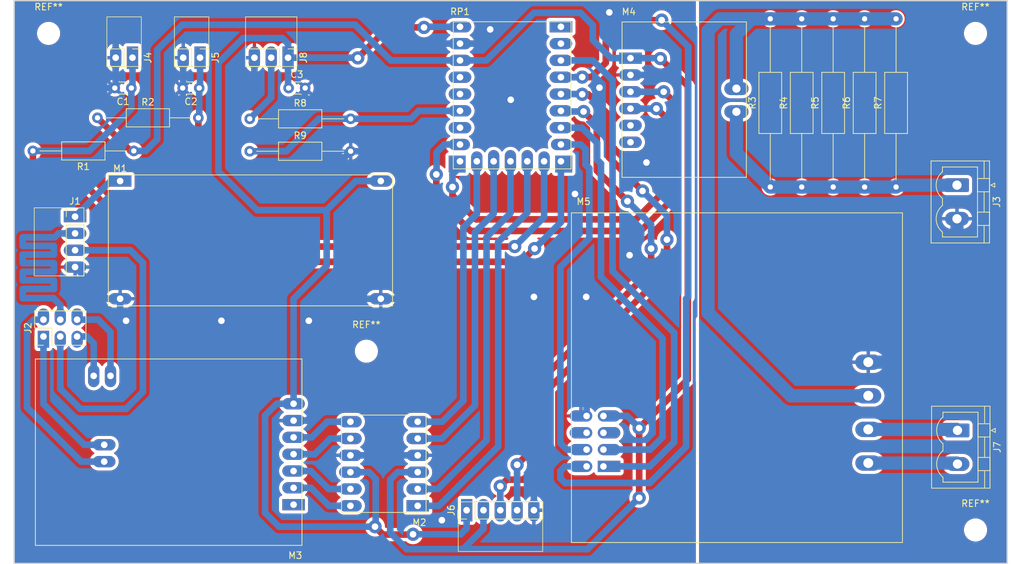
<source format=kicad_pcb>
(kicad_pcb (version 20241229) (generator "pcbnew") (generator_version "9.0")
  (layers (0 "F.Cu" signal) (2 "B.Cu" signal) (13 "F.Paste" user) (15 "B.Paste" user) (5 "F.SilkS" user "F.Silkscreen") (7 "B.SilkS" user "B.Silkscreen") (1 "F.Mask" user) (3 "B.Mask" user) (25 "Edge.Cuts" user))
  (net 0 "")
  (net 1 "GND")
  (net 2 "ENC0")
  (net 3 "ENC1")
  (net 4 "+5V")
  (net 5 "CAN_H_OUT")
  (net 6 "VCTRL")
  (net 7 "CAN_L_OUT")
  (net 8 "CAN_L_120")
  (net 9 "CAN_L")
  (net 10 "CAN_H")
  (net 11 "CAN_H_120")
  (net 12 "GBATT")
  (net 13 "VBATT+")
  (net 14 "UART_TX")
  (net 15 "+3.3V")
  (net 16 "UART_RX")
  (net 17 "Net-(J7-Pin_2)")
  (net 18 "Net-(J7-Pin_1)")
  (net 19 "THROTTLE_5V")
  (net 20 "SPI_CS_CAN_3V3")
  (net 21 "SPI_MOSI_3V3")
  (net 22 "SPI_CS_CAN_5V")
  (net 23 "SPI_SCK_3V3")
  (net 24 "SPI_MISO_3V3")
  (net 25 "SPI_SCK_5V")
  (net 26 "SPI_MISO_5V")
  (net 27 "SPI_MOSI_5V")
  (net 30 "VBATT-")
  (net 32 "I2C_SCL")
  (net 33 "I2C_SDA")
  (net 34 "MOTOR_EN_1")
  (net 35 "MOTOR_EN_2")
  (net 36 "MOTOR_PWM_1")
  (net 38 "MOTOR_PWM_2")
  (net 40 "THROTTLE_3V3")
  (footprint "Capacitor_THT:C_Disc_D3.0mm_W1.6mm_P2.50mm" (layer "F.Cu") (at 96.25 69.25)
    (property "Reference" "C3")
    (property "Value" "100 nF")
  )
  (footprint "Resistor_THT:R_Axial_DIN0309_L9.0mm_D3.2mm_P25.40mm_Horizontal" (layer "F.Cu") (at 173.75 84.2 90)
    (property "Reference" "R4")
    (property "Value" "0.1R")
  )
  (footprint "Custom:MCP2515_CAN Module" (layer "F.Cu") (at 97 132.175 180)
    (property "Reference" "M3")
    (property "Value" "MCP2515_CAN_Module")
  )
  (footprint "MountingHole:MountingHole_3mm" (layer "F.Cu") (at 200 61)
    (property "Reference" "REF**")
    (property "Value" "MountingHole_3mm")
  )
  (footprint "Resistor_THT:R_Axial_DIN0309_L9.0mm_D3.2mm_P25.40mm_Horizontal" (layer "F.Cu") (at 178.5 84.2 90)
    (property "Reference" "R5")
    (property "Value" "0.1R")
  )
  (footprint "Resistor_THT:R_Axial_DIN0309_L9.0mm_D3.2mm_P25.40mm_Horizontal" (layer "F.Cu") (at 169 84.2 90)
    (property "Reference" "R3")
    (property "Value" "0.1R")
  )
  (footprint "Custom:H-Bridge BTS7960 Module" (layer "F.Cu") (at 143.8 126.4)
    (property "Reference" "M5")
    (property "Value" "H-Bridge_BTS7960_Module")
  )
  (footprint "Custom:PinHeader_2x03_P2.54mm_Vertical_OP" (layer "F.Cu") (at 59.225 106.775 90)
    (property "Reference" "J2")
    (property "Value" "Select Jumper")
  )
  (footprint "MountingHole:MountingHole_3mm" (layer "F.Cu") (at 60 61)
    (property "Reference" "REF**")
    (property "Value" "MountingHole_3mm")
  )
  (footprint "Custom:PinHeader_1x03_P2.54mm_Vertical_OP" (layer "F.Cu") (at 96.165 64.67 -90)
    (property "Reference" "J8")
    (property "Value" "THROTTLE_IN")
  )
  (footprint "Resistor_THT:R_Axial_DIN0207_L6.3mm_D2.5mm_P15.24mm_Horizontal" (layer "F.Cu") (at 72.87 78.75 180)
    (property "Reference" "R1")
    (property "Value" "10kR")
  )
  (footprint "Custom:4-Channel Logic Converter" (layer "F.Cu") (at 115.747729 132.35 180)
    (property "Reference" "M2")
    (property "Value" "4-Channel_Logic_Converter")
  )
  (footprint "Custom:PinHeader_1x05_P2.54mm_Vertical_OP" (layer "F.Cu") (at 123.14 133.02 90)
    (property "Reference" "J6")
    (property "Value" "EXT_UART")
  )
  (footprint "Custom:LM2596 Module" (layer "F.Cu") (at 70.8025 83.3)
    (property "Reference" "M1")
    (property "Value" "LM2596_Module")
  )
  (footprint "Resistor_THT:R_Axial_DIN0309_L9.0mm_D3.2mm_P25.40mm_Horizontal" (layer "F.Cu") (at 183.25 84.2 90)
    (property "Reference" "R6")
    (property "Value" "0.1R")
  )
  (footprint "Connector_Phoenix_MSTB:PhoenixContact_MSTBVA_2,5_2-G-5,08_1x02_P5.08mm_Vertical" (layer "F.Cu") (at 197.2775 120.96 -90)
    (property "Reference" "J7")
    (property "Value" "MOTOR_OUT")
  )
  (footprint "MountingHole:MountingHole_3mm" (layer "F.Cu") (at 108 109)
    (property "Reference" "REF**")
    (property "Value" "MountingHole_3mm")
  )
  (footprint "Custom:PinHeader_1x02_P2.54mm_Vertical_OP" (layer "F.Cu") (at 72.67 64.67 -90)
    (property "Reference" "J4")
    (property "Value" "ENC0")
  )
  (footprint "Custom:INA219 Module" (layer "F.Cu") (at 147.885 64.738)
    (property "Reference" "M4")
    (property "Value" "INA219_Module")
  )
  (footprint "Resistor_THT:R_Axial_DIN0207_L6.3mm_D2.5mm_P15.24mm_Horizontal" (layer "F.Cu") (at 90.38 78.8)
    (property "Reference" "R9")
    (property "Value" "1.7kR")
  )
  (footprint "Capacitor_THT:C_Disc_D3.0mm_W1.6mm_P2.50mm" (layer "F.Cu") (at 82.75 69.25 180)
    (property "Reference" "C2")
    (property "Value" "100 nF")
  )
  (footprint "Custom:Raspberry Pi Pico RP2040 Zero" (layer "F.Cu") (at 122.138 60)
    (property "Reference" "RP1")
    (property "Value" "Raspberry_Pi_Pico_RP2040_Zero")
  )
  (footprint "Custom:PinHeader_1x04_P2.54mm_Vertical_OP" (layer "F.Cu") (at 64 88.67)
    (property "Reference" "J1")
    (property "Value" "CAN_BUS")
  )
  (footprint "Custom:PinHeader_1x02_P2.54mm_Vertical_OP" (layer "F.Cu") (at 82.8712 64.67 -90)
    (property "Reference" "J5")
    (property "Value" "ENC1")
  )
  (footprint "Resistor_THT:R_Axial_DIN0309_L9.0mm_D3.2mm_P25.40mm_Horizontal" (layer "F.Cu") (at 188 84.2 90)
    (property "Reference" "R7")
    (property "Value" "0.1R")
  )
  (footprint "Resistor_THT:R_Axial_DIN0207_L6.3mm_D2.5mm_P15.24mm_Horizontal" (layer "F.Cu") (at 67.38 73.75)
    (property "Reference" "R2")
    (property "Value" "10kR")
  )
  (footprint "Connector_Phoenix_MSTB:PhoenixContact_MSTBVA_2,5_2-G-5,08_1x02_P5.08mm_Vertical" (layer "F.Cu") (at 197.2 83.92 -90)
    (property "Reference" "J3")
    (property "Value" "VBATT")
  )
  (footprint "MountingHole:MountingHole_3mm" (layer "F.Cu") (at 200 136)
    (property "Reference" "REF**")
    (property "Value" "MountingHole_3mm")
  )
  (footprint "Capacitor_THT:C_Disc_D3.0mm_W1.6mm_P2.50mm" (layer "F.Cu") (at 72.5 69.25 180)
    (property "Reference" "C1")
    (property "Value" "100 nF")
  )
  (footprint "Resistor_THT:R_Axial_DIN0207_L6.3mm_D2.5mm_P15.24mm_Horizontal" (layer "F.Cu") (at 90.38 73.9)
    (property "Reference" "R8")
    (property "Value" "1kR")
  )
  (gr_rect (start 57.83 87.34) (end 65.33 97.62) (stroke (width 0.1)) (fill no) (layer "F.SilkS"))
  (gr_rect (start 68.8 58.5) (end 74 66) (stroke (width 0.1)) (fill no) (layer "F.SilkS"))
  (gr_rect (start 79 58.5) (end 84.2 66) (stroke (width 0.1)) (fill no) (layer "F.SilkS"))
  (gr_rect (start 89.75 58.5) (end 97.5 66) (stroke (width 0.1)) (fill no) (layer "F.SilkS"))
  (gr_rect (start 121.87 131.75) (end 134.63 139.25) (stroke (width 0.1)) (fill no) (layer "F.SilkS"))
  (gr_rect (start 54.7856 56.0564) (end 204.7856 141.0564) (stroke (width 0.2)) (fill no) (layer "Edge.Cuts"))
  (segment (start 129.268986 57.831014) (end 126.7 60.4) (width 1) (layer "F.Cu") (net 1))
  (segment (start 119.7 100.8) (end 117.1 103.4) (width 1) (layer "F.Cu") (net 1))
  (segment (start 86.1 104.4) (end 71.7 104.4) (width 1) (layer "F.Cu") (net 1))
  (segment (start 144.687005 57.831014) (end 129.268986 57.831014) (width 1) (layer "F.Cu") (net 1))
  (segment (start 117.1 103.4) (end 100.3 103.4) (width 1) (layer "F.Cu") (net 1))
  (segment (start 100.3 103.4) (end 99.3 104.4) (width 1) (layer "F.Cu") (net 1))
  (segment (start 133.3 100.8) (end 119.7 100.8) (width 1) (layer "F.Cu") (net 1))
  (segment (start 141.2 100.8) (end 133.3 100.8) (width 1) (layer "F.Cu") (net 1))
  (segment (start 99.3 104.4) (end 86.1 104.4) (width 1) (layer "F.Cu") (net 1))
  (via (at 141.2 100.8) (size 2) (drill 1) (layers "F.Cu" "B.Cu") (net 1))
  (via (at 99.3 104.4) (size 2) (drill 1) (layers "F.Cu" "B.Cu") (net 1))
  (via (at 143.2 69.2) (size 2) (drill 1) (layers "F.Cu" "B.Cu") (net 1))
  (via (at 71.7 104.4) (size 2) (drill 1) (layers "F.Cu" "B.Cu") (net 1))
  (via (at 126.7 60.4) (size 2) (drill 1) (layers "F.Cu" "B.Cu") (net 1))
  (via (at 129.8 71.025) (size 2) (drill 1) (layers "F.Cu" "B.Cu") (net 1))
  (via (at 119.4 134.525) (size 2) (drill 1) (layers "F.Cu" "B.Cu") (net 1))
  (via (at 150.3 80.5) (size 2) (drill 1) (layers "F.Cu" "B.Cu") (net 1))
  (via (at 86.1 104.4) (size 2) (drill 1) (layers "F.Cu" "B.Cu") (net 1))
  (via (at 133.3 100.8) (size 2) (drill 1) (layers "F.Cu" "B.Cu") (net 1))
  (via (at 144.687005 57.831014) (size 2) (drill 1) (layers "F.Cu" "B.Cu") (net 1))
  (via (at 147.75 94.5) (size 2) (drill 1) (layers "F.Cu" "B.Cu") (net 1))
  (via (at 139.5 85.25) (size 2) (drill 1) (layers "F.Cu" "B.Cu") (net 1))
  (segment (start 101.7 116.8) (end 108.7 116.8) (width 1) (layer "B.Cu") (net 1))
  (segment (start 100.8 104.3) (end 104.02 101.08) (width 1) (layer "B.Cu") (net 1))
  (segment (start 110.1725 101.08) (end 112.92 101.08) (width 1) (layer "B.Cu") (net 1))
  (segment (start 55.6 76.8) (end 55.6 77.879447) (width 1) (layer "B.Cu") (net 1))
  (segment (start 98.75 70.38137) (end 92.83137 76.3) (width 1) (layer "B.Cu") (net 1))
  (segment (start 147.344009 57.844009) (end 150.751 61.251) (width 1) (layer "B.Cu") (net 1))
  (segment (start 108.7 116.8) (end 110.5 118.6) (width 1) (layer "B.Cu") (net 1))
  (segment (start 112.92 101.08) (end 115.9 98.1) (width 1) (layer "B.Cu") (net 1))
  (segment (start 144.7 57.844009) (end 147.344009 57.844009) (width 1) (layer "B.Cu") (net 1))
  (segment (start 80.25 81.1) (end 80.25 98.55) (width 1) (layer "B.Cu") (net 1))
  (segment (start 68 81.1) (end 80.25 81.1) (width 1) (layer "B.Cu") (net 1))
  (segment (start 91.085 68.015) (end 91.085 64.67) (width 1) (layer "B.Cu") (net 1))
  (segment (start 124.56 62.54) (end 122.138 62.54) (width 1) (layer "B.Cu") (net 1))
  (segment (start 80.3312 64.67) (end 80.3312 69.1688) (width 1) (layer "B.Cu") (net 1))
  (segment (start 55.6 77.879447) (end 55.579 77.900447) (width 1) (layer "B.Cu") (net 1))
  (segment (start 104.02 101.08) (end 110.1725 101.08) (width 1) (layer "B.Cu") (net 1))
  (segment (start 63.15 69.25) (end 55.6 76.8) (width 1) (layer "B.Cu") (net 1))
  (segment (start 110.5 124.73) (end 115.747729 124.73) (width 1) (layer "B.Cu") (net 1))
  (segment (start 70.13 69.12) (end 70 69.25) (width 1) (layer "B.Cu") (net 1))
  (segment (start 152.034395 61.251) (end 154.651 63.867605) (width 1) (layer "B.Cu") (net 1))
  (segment (start 70.8025 103.5025) (end 71.7 104.4) (width 1) (layer "B.Cu") (net 1))
  (segment (start 154.651 63.867605) (end 154.651 66.249) (width 1) (layer "B.Cu") (net 1))
  (segment (start 141.26 100.86) (end 141.2 100.8) (width 1) (layer "B.Cu") (net 1))
  (segment (start 87.4 80.7) (end 90.1 83.4) (width 1) (layer "B.Cu") (net 1))
  (segment (start 153.622 67.278) (end 147.885 67.278) (width 1) (layer "B.Cu") (net 1))
  (segment (start 55.6 81.9) (end 59 85.3) (width 1) (layer "B.Cu") (net 1))
  (segment (start 80.25 69.25) (end 80.25 81.1) (width 1) (layer "B.Cu") (net 1))
  (segment (start 90.1 83.4) (end 101.02 83.4) (width 1) (layer "B.Cu") (net 1))
  (segment (start 70.8025 101.08) (end 70.8025 103.5025) (width 1) (layer "B.Cu") (net 1))
  (segment (start 70.8025 101.08) (end 68.79 101.08) (width 1) (layer "B.Cu") (net 1))
  (segment (start 63.8 85.3) (end 68 81.1) (width 1) (layer "B.Cu") (net 1))
  (segment (start 111.2 78.8) (end 105.62 78.8) (width 1) (layer "B.Cu") (net 1))
  (segment (start 101.02 83.4) (end 105.62 78.8) (width 1) (layer "B.Cu") (net 1))
  (segment (start 99.025 119.475) (end 101.7 116.8) (width 1) (layer "B.Cu") (net 1))
  (segment (start 59 85.3) (end 63.8 85.3) (width 1) (layer "B.Cu") (net 1))
  (segment (start 70 69.25) (end 63.15 69.25) (width 1) (layer "B.Cu") (net 1))
  (segment (start 55.6 79.620553) (end 55.6 81.9) (width 1) (layer "B.Cu") (net 1))
  (segment (start 133.3 133.02) (end 133.3 100.8) (width 1) (layer "B.Cu") (net 1))
  (segment (start 150.751 61.251) (end 152.034395 61.251) (width 1) (layer "B.Cu") (net 1))
  (segment (start 74 57.6) (end 70.13 61.47) (width 1) (layer "B.Cu") (net 1))
  (segment (start 92.83137 76.3) (end 88.6 76.3) (width 1) (layer "B.Cu") (net 1))
  (segment (start 87.4 75.1) (end 87.4 74.6) (width 1) (layer "B.Cu") (net 1))
  (segment (start 55.579 79.599553) (end 55.6 79.620553) (width 1) (layer "B.Cu") (net 1))
  (segment (start 99.3 104.4) (end 99.4 104.3) (width 1) (layer "B.Cu") (net 1))
  (segment (start 110.5 118.6) (end 110.5 124.73) (width 1) (layer "B.Cu") (net 1))
  (segment (start 144.687005 57.831014) (end 144.7 57.844009) (width 1) (layer "B.Cu") (net 1))
  (segment (start 80.25 98.55) (end 86.1 104.4) (width 1) (layer "B.Cu") (net 1))
  (segment (start 101.7 116.8) (end 101.7 105.2) (width 1) (layer "B.Cu") (net 1))
  (segment (start 87.4 74.6) (end 87.4 71.7) (width 1) (layer "B.Cu") (net 1))
  (segment (start 88.6 76.3) (end 87.4 75.1) (width 1) (layer "B.Cu") (net 1))
  (segment (start 122.138 62.54) (end 113.14 62.54) (width 1) (layer "B.Cu") (net 1))
  (segment (start 70.13 64.67) (end 70.13 69.12) (width 1) (layer "B.Cu") (net 1))
  (segment (start 154.651 66.249) (end 153.622 67.278) (width 1) (layer "B.Cu") (net 1))
  (segment (start 97 119.475) (end 99.025 119.475) (width 1) (layer "B.Cu") (net 1))
  (segment (start 55.579 77.900447) (end 55.579 79.599553) (width 1) (layer "B.Cu") (net 1))
  (segment (start 99.4 104.3) (end 100.8 104.3) (width 1) (layer "B.Cu") (net 1))
  (segment (start 141.26 118.78) (end 141.26 100.86) (width 1) (layer "B.Cu") (net 1))
  (segment (start 126.7 60.4) (end 124.56 62.54) (width 1) (layer "B.Cu") (net 1))
  (segment (start 113.14 62.54) (end 108.2 57.6) (width 1) (layer "B.Cu") (net 1))
  (segment (start 101.7 105.2) (end 100.8 104.3) (width 1) (layer "B.Cu") (net 1))
  (segment (start 115.9 98.1) (end 115.9 83.5) (width 1) (layer "B.Cu") (net 1))
  (segment (start 98.75 69.25) (end 98.75 70.38137) (width 1) (layer "B.Cu") (net 1))
  (segment (start 70.13 61.47) (end 70.13 64.67) (width 1) (layer "B.Cu") (net 1))
  (segment (start 80.3312 69.1688) (end 80.25 69.25) (width 1) (layer "B.Cu") (net 1))
  (segment (start 87.4 74.6) (end 87.4 80.7) (width 1) (layer "B.Cu") (net 1))
  (segment (start 108.2 57.6) (end 74 57.6) (width 1) (layer "B.Cu") (net 1))
  (segment (start 87.4 71.7) (end 91.085 68.015) (width 1) (layer "B.Cu") (net 1))
  (segment (start 115.9 83.5) (end 111.2 78.8) (width 1) (layer "B.Cu") (net 1))
  (segment (start 105.587729 124.73) (end 110.5 124.73) (width 1) (layer "B.Cu") (net 1))
  (segment (start 68.79 101.08) (end 64 96.29) (width 1) (layer "B.Cu") (net 1))
  (segment (start 85 86.7) (end 68.35 86.7) (width 1) (layer "F.Cu") (net 2))
  (segment (start 133.4 93.5) (end 131.4 95.5) (width 1) (layer "F.Cu") (net 2))
  (segment (start 93.8 95.5) (end 85 86.7) (width 1) (layer "F.Cu") (net 2))
  (segment (start 57.63 80.33) (end 57.63 78.75) (width 1) (layer "F.Cu") (net 2))
  (segment (start 60.6 83.3) (end 57.63 80.33) (width 1) (layer "F.Cu") (net 2))
  (segment (start 64.95 83.3) (end 60.6 83.3) (width 1) (layer "F.Cu") (net 2))
  (segment (start 68.35 86.7) (end 64.95 83.3) (width 1) (layer "F.Cu") (net 2))
  (segment (start 131.4 95.5) (end 93.8 95.5) (width 1) (layer "F.Cu") (net 2))
  (via (at 133.4 93.5) (size 2) (drill 1) (layers "F.Cu" "B.Cu") (net 2))
  (segment (start 72.5 72.4) (end 66.15 78.75) (width 1) (layer "B.Cu") (net 2))
  (segment (start 72.67 69.08) (end 72.5 69.25) (width 1) (layer "B.Cu") (net 2))
  (segment (start 72.67 64.67) (end 72.67 69.08) (width 1) (layer "B.Cu") (net 2))
  (segment (start 133.4 93.5) (end 137.378 89.522) (width 1) (layer "B.Cu") (net 2))
  (segment (start 137.378 89.522) (end 137.378 80.32) (width 1) (layer "B.Cu") (net 2))
  (segment (start 66.15 78.75) (end 57.63 78.75) (width 1) (layer "B.Cu") (net 2))
  (segment (start 72.5 69.25) (end 72.5 72.4) (width 1) (layer "B.Cu") (net 2))
  (segment (start 82.62 81.82) (end 82.62 73.75) (width 1) (layer "F.Cu") (net 3))
  (segment (start 130.381982 93.2) (end 94 93.2) (width 1) (layer "F.Cu") (net 3))
  (segment (start 94 93.2) (end 82.62 81.82) (width 1) (layer "F.Cu") (net 3))
  (segment (start 130.395991 93.185991) (end 130.381982 93.2) (width 1) (layer "F.Cu") (net 3))
  (via (at 130.395991 93.185991) (size 2) (drill 1) (layers "F.Cu" "B.Cu") (net 3))
  (segment (start 130.395991 93.185991) (end 134.838 88.743982) (width 1) (layer "B.Cu") (net 3))
  (segment (start 82.8712 64.67) (end 82.8712 69.1288) (width 1) (layer "B.Cu") (net 3))
  (segment (start 82.75 69.25) (end 82.75 73.62) (width 1) (layer "B.Cu") (net 3))
  (segment (start 82.75 73.62) (end 82.62 73.75) (width 1) (layer "B.Cu") (net 3))
  (segment (start 82.8712 69.1288) (end 82.75 69.25) (width 1) (layer "B.Cu") (net 3))
  (segment (start 134.838 88.743982) (end 134.838 80.32) (width 1) (layer "B.Cu") (net 3))
  (segment (start 114.990991 136.7) (end 110.5 136.7) (width 1) (layer "F.Cu") (net 4))
  (segment (start 116.7 60.1) (end 111.3 60.1) (width 1) (layer "F.Cu") (net 4))
  (segment (start 115.040991 136.65) (end 114.990991 136.7) (width 1) (layer "F.Cu") (net 4))
  (segment (start 110.5 136.7) (end 109.3 135.5) (width 1) (layer "F.Cu") (net 4))
  (segment (start 111.3 60.1) (end 106.7 64.7) (width 1) (layer "F.Cu") (net 4))
  (via (at 116.7 60.1) (size 2) (drill 1) (layers "F.Cu" "B.Cu") (net 4))
  (via (at 106.7 64.7) (size 2) (drill 1) (layers "F.Cu" "B.Cu") (net 4))
  (via (at 109.3 135.5) (size 2) (drill 1) (layers "F.Cu" "B.Cu") (net 4))
  (via (at 115.040991 136.65) (size 2) (drill 1) (layers "F.Cu" "B.Cu") (net 4))
  (segment (start 96.165 64.67) (end 96.165 69.165) (width 1) (layer "B.Cu") (net 4))
  (segment (start 92.7 133.4) (end 94.8 135.5) (width 1) (layer "B.Cu") (net 4))
  (segment (start 95.319 61.719) (end 89.381 61.719) (width 1) (layer "B.Cu") (net 4))
  (segment (start 94.8 135.5) (end 109.3 135.5) (width 1) (layer "B.Cu") (net 4))
  (segment (start 102 87.7) (end 102 96.1) (width 1) (layer "B.Cu") (net 4))
  (segment (start 106.7 64.7) (end 106.67 64.67) (width 1) (layer "B.Cu") (net 4))
  (segment (start 97 101.1) (end 97 116.935) (width 1) (layer "B.Cu") (net 4))
  (segment (start 109.3 135.5) (end 109.4 135.4) (width 1) (layer "B.Cu") (net 4))
  (segment (start 85.649 81.849) (end 91.5 87.7) (width 1) (layer "B.Cu") (net 4))
  (segment (start 110.1725 83.3) (end 106.4 83.3) (width 1) (layer "B.Cu") (net 4))
  (segment (start 106.67 64.67) (end 96.165 64.67) (width 1) (layer "B.Cu") (net 4))
  (segment (start 122.138 60) (end 116.8 60) (width 1) (layer "B.Cu") (net 4))
  (segment (start 109.4 135.4) (end 109.4 128.3) (width 1) (layer "B.Cu") (net 4))
  (segment (start 85.649 65.451) (end 85.649 81.849) (width 1) (layer "B.Cu") (net 4))
  (segment (start 96.165 62.565) (end 95.319 61.719) (width 1) (layer "B.Cu") (net 4))
  (segment (start 123.14 135.76) (end 123.14 133.02) (width 1) (layer "B.Cu") (net 4))
  (segment (start 109.4 128.3) (end 108.37 127.27) (width 1) (layer "B.Cu") (net 4))
  (segment (start 89.381 61.719) (end 85.649 65.451) (width 1) (layer "B.Cu") (net 4))
  (segment (start 97 116.935) (end 94.465 116.935) (width 1) (layer "B.Cu") (net 4))
  (segment (start 94.465 116.935) (end 92.7 118.7) (width 1) (layer "B.Cu") (net 4))
  (segment (start 122.25 136.65) (end 123.14 135.76) (width 1) (layer "B.Cu") (net 4))
  (segment (start 96.165 69.165) (end 96.25 69.25) (width 1) (layer "B.Cu") (net 4))
  (segment (start 106.4 83.3) (end 102 87.7) (width 1) (layer "B.Cu") (net 4))
  (segment (start 108.37 127.27) (end 105.587729 127.27) (width 1) (layer "B.Cu") (net 4))
  (segment (start 91.5 87.7) (end 102 87.7) (width 1) (layer "B.Cu") (net 4))
  (segment (start 102 96.1) (end 97 101.1) (width 1) (layer "B.Cu") (net 4))
  (segment (start 96.165 64.67) (end 96.165 62.565) (width 1) (layer "B.Cu") (net 4))
  (segment (start 92.7 118.7) (end 92.7 133.4) (width 1) (layer "B.Cu") (net 4))
  (segment (start 116.8 60) (end 116.7 60.1) (width 1) (layer "B.Cu") (net 4))
  (segment (start 115.040991 136.65) (end 122.25 136.65) (width 1) (layer "B.Cu") (net 4))
  (segment (start 61.49 91.21) (end 64 91.21) (width 1) (layer "B.Cu") (net 5))
  (segment (start 60.8 95.7) (end 56.1 95.7) (width 1) (layer "B.Cu") (net 5))
  (segment (start 56.1 93.1) (end 56.1 91.8) (width 1) (layer "B.Cu") (net 5))
  (segment (start 56.1 91.8) (end 60.9 91.8) (width 1) (layer "B.Cu") (net 5))
  (segment (start 56.1 97) (end 60.8 97) (width 1) (layer "B.Cu") (net 5))
  (segment (start 61.765 102.024) (end 60.7314 100.9904) (width 1) (layer "B.Cu") (net 5))
  (segment (start 56.1 99.6) (end 60.8 99.6) (width 1) (layer "B.Cu") (net 5))
  (segment (start 60.7314 100.9904) (end 56.1 100.9904) (width 1) (layer "B.Cu") (net 5))
  (segment (start 56.1 95.7) (end 56.1 94.4) (width 1) (layer "B.Cu") (net 5))
  (segment (start 56.1 100.9904) (end 56.1 99.6) (width 1) (layer "B.Cu") (net 5))
  (segment (start 60.8 93.1) (end 56.1 93.1) (width 1) (layer "B.Cu") (net 5))
  (segment (start 60.8 97) (end 60.8 95.7) (width 1) (layer "B.Cu") (net 5))
  (segment (start 56.1 98.3) (end 56.1 97) (width 1) (layer "B.Cu") (net 5))
  (segment (start 60.8 94.4) (end 60.8 93.1) (width 1) (layer "B.Cu") (net 5))
  (segment (start 61.765 104.235) (end 61.765 102.024) (width 1) (layer "B.Cu") (net 5))
  (segment (start 56.1 94.4) (end 60.8 94.4) (width 1) (layer "B.Cu") (net 5))
  (segment (start 60.8 98.3) (end 56.1 98.3) (width 1) (layer "B.Cu") (net 5))
  (segment (start 60.9 91.8) (end 61.49 91.21) (width 1) (layer "B.Cu") (net 5))
  (segment (start 60.8 99.6) (end 60.8 98.3) (width 1) (layer "B.Cu") (net 5))
  (segment (start 70.8025 83.3) (end 69.37 83.3) (width 1) (layer "B.Cu") (net 6))
  (segment (start 69.37 83.3) (end 64 88.67) (width 1) (layer "B.Cu") (net 6))
  (segment (start 74.25 98.894215) (end 74.25 115.15) (width 1) (layer "B.Cu") (net 7))
  (segment (start 71.7 117.7) (end 64.8 117.7) (width 1) (layer "B.Cu") (net 7))
  (segment (start 64.8 117.7) (end 61.765 114.665) (width 1) (layer "B.Cu") (net 7))
  (segment (start 72.35 93.75) (end 64 93.75) (width 1) (layer "B.Cu") (net 7))
  (segment (start 74.25 98.75) (end 74.25 95.65) (width 1) (layer "B.Cu") (net 7))
  (segment (start 74.25 95.65) (end 72.35 93.75) (width 1) (layer "B.Cu") (net 7))
  (segment (start 61.765 114.665) (end 61.765 106.775) (width 1) (layer "B.Cu") (net 7))
  (segment (start 74.25 115.15) (end 71.7 117.7) (width 1) (layer "B.Cu") (net 7))
  (segment (start 74.25 98.75) (end 74.25 98.894215) (width 1) (layer "B.Cu") (net 7))
  (segment (start 64.305 106.775) (end 65.775 106.775) (width 1) (layer "B.Cu") (net 8))
  (segment (start 66.81 107.81) (end 66.81 112.725) (width 1) (layer "B.Cu") (net 8))
  (segment (start 65.775 106.775) (end 66.81 107.81) (width 1) (layer "B.Cu") (net 8))
  (segment (start 65.385 123.135) (end 59.225 116.975) (width 1) (layer "B.Cu") (net 9))
  (segment (start 59.225 116.975) (end 59.225 106.775) (width 1) (layer "B.Cu") (net 9))
  (segment (start 68.4 123.135) (end 65.385 123.135) (width 1) (layer "B.Cu") (net 9))
  (segment (start 57.765 104.235) (end 56.75 105.25) (width 1) (layer "B.Cu") (net 10))
  (segment (start 56.75 117.5) (end 64.925 125.675) (width 1) (layer "B.Cu") (net 10))
  (segment (start 64.925 125.675) (end 68.4 125.675) (width 1) (layer "B.Cu") (net 10))
  (segment (start 56.75 105.25) (end 56.75 117.5) (width 1) (layer "B.Cu") (net 10))
  (segment (start 59.225 104.235) (end 57.765 104.235) (width 1) (layer "B.Cu") (net 10))
  (segment (start 67.485 104.235) (end 64.305 104.235) (width 1) (layer "B.Cu") (net 11))
  (segment (start 69.35 106.1) (end 67.485 104.235) (width 1) (layer "B.Cu") (net 11))
  (segment (start 69.35 112.725) (end 69.35 106.1) (width 1) (layer "B.Cu") (net 11))
  (segment (start 197.2 89) (end 197.2 102.8) (width 2) (layer "B.Cu") (net 12))
  (segment (start 189.348 110.652) (end 183.8 110.652) (width 2) (layer "B.Cu") (net 12))
  (segment (start 197.2 102.8) (end 189.348 110.652) (width 2) (layer "B.Cu") (net 12))
  (segment (start 169 84.2) (end 173.75 84.2) (width 2) (layer "B.Cu") (net 13))
  (segment (start 163.885 79.085) (end 169 84.2) (width 2) (layer "B.Cu") (net 13))
  (segment (start 188.28 83.92) (end 188 84.2) (width 2) (layer "B.Cu") (net 13))
  (segment (start 163.885 72.838) (end 163.885 79.085) (width 2) (layer "B.Cu") (net 13))
  (segment (start 188 84.2) (end 183.25 84.2) (width 2) (layer "B.Cu") (net 13))
  (segment (start 183.25 84.2) (end 178.5 84.2) (width 2) (layer "B.Cu") (net 13))
  (segment (start 173.75 84.2) (end 178.5 84.2) (width 2) (layer "B.Cu") (net 13))
  (segment (start 197.2 83.92) (end 188.28 83.92) (width 2) (layer "B.Cu") (net 13))
  (segment (start 153.392704 92.144464) (end 153.4 92.15176) (width 1) (layer "F.Cu") (net 14))
  (segment (start 153.4 92.15176) (end 153.4 96.8) (width 1) (layer "F.Cu") (net 14))
  (segment (start 141.5 70.2) (end 140.6 70.2) (width 1) (layer "F.Cu") (net 14))
  (segment (start 144.6 73.3) (end 141.5 70.2) (width 1) (layer "F.Cu") (net 14))
  (segment (start 153.4 96.8) (end 135.5 114.7) (width 1) (layer "F.Cu") (net 14))
  (segment (start 135.5 124.6) (end 131.7 128.4) (width 1) (layer "F.Cu") (net 14))
  (segment (start 131.7 128.4) (end 129.2 128.4) (width 1) (layer "F.Cu") (net 14))
  (segment (start 135.5 114.7) (end 135.5 124.6) (width 1) (layer "F.Cu") (net 14))
  (segment (start 144.6 79.7) (end 144.6 73.3) (width 1) (layer "F.Cu") (net 14))
  (segment (start 128.22 129.38) (end 128.22 129.4) (width 1) (layer "F.Cu") (net 14))
  (segment (start 149.7 84.8) (end 144.6 79.7) (width 1) (layer "F.Cu") (net 14))
  (segment (start 129.2 128.4) (end 128.22 129.38) (width 1) (layer "F.Cu") (net 14))
  (via (at 140.6 70.2) (size 2) (drill 1) (layers "F.Cu" "B.Cu") (net 14))
  (via (at 149.7 84.8) (size 2) (drill 1) (layers "F.Cu" "B.Cu") (net 14))
  (via (at 153.392704 92.144464) (size 2) (drill 1) (layers "F.Cu" "B.Cu") (net 14))
  (via (at 128.22 129.4) (size 2) (drill 1) (layers "F.Cu" "B.Cu") (net 14))
  (segment (start 128.2 133) (end 128.22 133.02) (width 1) (layer "B.Cu") (net 14))
  (segment (start 140.56 70.16) (end 140.6 70.2) (width 1) (layer "B.Cu") (net 14))
  (segment (start 153.392704 88.492704) (end 153.392704 92.144464) (width 1) (layer "B.Cu") (net 14))
  (segment (start 149.7 84.8) (end 153.392704 88.492704) (width 1) (layer "B.Cu") (net 14))
  (segment (start 137.378 70.16) (end 140.56 70.16) (width 1) (layer "B.Cu") (net 14))
  (segment (start 128.22 129.4) (end 128.22 133.02) (width 1) (layer "B.Cu") (net 14))
  (segment (start 72.38 78.75) (end 67.38 73.75) (width 1) (layer "F.Cu") (net 15))
  (segment (start 152.4 64.8) (end 156.551 68.951) (width 1) (layer "F.Cu") (net 15))
  (segment (start 149.2 131.15) (end 149.2 120.6) (width 1) (layer "F.Cu") (net 15))
  (segment (start 156.551 113.249) (end 149.2 120.6) (width 1) (layer "F.Cu") (net 15))
  (segment (start 72.87 78.75) (end 72.38 78.75) (width 1) (layer "F.Cu") (net 15))
  (segment (start 156.551 68.951) (end 156.551 113.249) (width 1) (layer "F.Cu") (net 15))
  (via (at 149.2 131.15) (size 2) (drill 1) (layers "F.Cu" "B.Cu") (net 15))
  (via (at 152.4 64.8) (size 2) (drill 1) (layers "F.Cu" "B.Cu") (net 15))
  (via (at 149.2 120.6) (size 2) (drill 1) (layers "F.Cu" "B.Cu") (net 15))
  (segment (start 144.938 64.738) (end 142.2 62) (width 1) (layer "B.Cu") (net 15))
  (segment (start 147.885 64.738) (end 152.338 64.738) (width 1) (layer "B.Cu") (net 15))
  (segment (start 141.4 138.9) (end 122.6 138.9) (width 1) (layer "B.Cu") (net 15))
  (segment (start 149.15 131.15) (end 141.4 138.9) (width 1) (layer "B.Cu") (net 15))
  (segment (start 133.301 57.899) (end 126.12 65.08) (width 1) (layer "B.Cu") (net 15))
  (segment (start 142.2 59.77) (end 140.329 57.899) (width 1) (layer "B.Cu") (net 15))
  (segment (start 122.6 138.9) (end 125.68 135.82) (width 1) (layer "B.Cu") (net 15))
  (segment (start 76.4 63.5) (end 76.4 77) (width 1) (layer "B.Cu") (net 15))
  (segment (start 149.2 131.15) (end 149.15 131.15) (width 1) (layer "B.Cu") (net 15))
  (segment (start 149.2 120.6) (end 147.38 118.78) (width 1) (layer "B.Cu") (net 15))
  (segment (start 126.12 65.08) (end 122.138 65.08) (width 1) (layer "B.Cu") (net 15))
  (segment (start 114.1 138.9) (end 122.6 138.9) (width 1) (layer "B.Cu") (net 15))
  (segment (start 142.2 62) (end 142.2 59.77) (width 1) (layer "B.Cu") (net 15))
  (segment (start 111.68 65.08) (end 106.3 59.7) (width 1) (layer "B.Cu") (net 15))
  (segment (start 80.2 59.7) (end 76.4 63.5) (width 1) (layer "B.Cu") (net 15))
  (segment (start 111.6 136.4) (end 114.1 138.9) (width 1) (layer "B.Cu") (net 15))
  (segment (start 111.6 128.4) (end 111.6 136.4) (width 1) (layer "B.Cu") (net 15))
  (segment (start 125.68 135.82) (end 125.68 133.02) (width 1) (layer "B.Cu") (net 15))
  (segment (start 147.38 118.78) (end 143.8 118.78) (width 1) (layer "B.Cu") (net 15))
  (segment (start 147.885 64.738) (end 144.938 64.738) (width 1) (layer "B.Cu") (net 15))
  (segment (start 122.138 65.08) (end 111.68 65.08) (width 1) (layer "B.Cu") (net 15))
  (segment (start 106.3 59.7) (end 80.2 59.7) (width 1) (layer "B.Cu") (net 15))
  (segment (start 152.338 64.738) (end 152.4 64.8) (width 1) (layer "B.Cu") (net 15))
  (segment (start 74.65 78.75) (end 72.87 78.75) (width 1) (layer "B.Cu") (net 15))
  (segment (start 76.4 77) (end 74.65 78.75) (width 1) (layer "B.Cu") (net 15))
  (segment (start 115.747729 127.27) (end 112.73 127.27) (width 1) (layer "B.Cu") (net 15))
  (segment (start 140.329 57.899) (end 133.301 57.899) (width 1) (layer "B.Cu") (net 15))
  (segment (start 112.73 127.27) (end 111.6 128.4) (width 1) (layer "B.Cu") (net 15))
  (segment (start 130.76 126.15) (end 130.76 126.14) (width 1) (layer "F.Cu") (net 16))
  (segment (start 133.749 113.974712) (end 151 96.723712) (width 1) (layer "F.Cu") (net 16))
  (segment (start 130.76 126.14) (end 133.749 123.151) (width 1) (layer "F.Cu") (net 16))
  (segment (start 133.749 123.151) (end 133.749 113.974712) (width 1) (layer "F.Cu") (net 16))
  (segment (start 142.8 81.722479) (end 142.8 74.8) (width 1) (layer "F.Cu") (net 16))
  (segment (start 151 96.723712) (end 151 93.5) (width 1) (layer "F.Cu") (net 16))
  (segment (start 147.430403 86.352882) (end 142.8 81.722479) (width 1) (layer "F.Cu") (net 16))
  (segment (start 142.8 74.8) (end 140.8 72.8) (width 1) (layer "F.Cu") (net 16))
  (via (at 147.430403 86.352882) (size 2) (drill 1) (layers "F.Cu" "B.Cu") (net 16))
  (via (at 130.76 126.15) (size 2) (drill 1) (layers "F.Cu" "B.Cu") (net 16))
  (via (at 151 93.5) (size 2) (drill 1) (layers "F.Cu" "B.Cu") (net 16))
  (via (at 140.8 72.8) (size 2) (drill 1) (layers "F.Cu" "B.Cu") (net 16))
  (segment (start 130.76 126.15) (end 130.76 133.02) (width 1) (layer "B.Cu") (net 16))
  (segment (start 147.430403 86.352882) (end 147.452882 86.352882) (width 1) (layer "B.Cu") (net 16))
  (segment (start 140.8 72.8) (end 137.478 72.8) (width 1) (layer "B.Cu") (net 16))
  (segment (start 147.452882 86.352882) (end 151 89.9) (width 1) (layer "B.Cu") (net 16))
  (segment (start 151 89.9) (end 151 93.5) (width 1) (layer "B.Cu") (net 16))
  (segment (start 137.478 72.8) (end 137.378 72.7) (width 1) (layer "B.Cu") (net 16))
  (segment (start 197.1295 125.892) (end 197.2775 126.04) (width 2) (layer "B.Cu") (net 17))
  (segment (start 183.8 125.892) (end 197.1295 125.892) (width 2) (layer "B.Cu") (net 17))
  (segment (start 183.8 120.812) (end 197.1295 120.812) (width 2) (layer "B.Cu") (net 18))
  (segment (start 197.1295 120.812) (end 197.2775 120.96) (width 2) (layer "B.Cu") (net 18))
  (segment (start 93.625 70.655) (end 90.38 73.9) (width 1) (layer "B.Cu") (net 19))
  (segment (start 93.625 64.67) (end 93.625 70.655) (width 1) (layer "B.Cu") (net 19))
  (segment (start 124.678 80.32) (end 124.678 88.269424) (width 1) (layer "B.Cu") (net 20))
  (segment (start 123.149 89.798424) (end 122.647 90.300424) (width 1) (layer "B.Cu") (net 20))
  (segment (start 124.678 88.269424) (end 124.174712 88.772712) (width 1) (layer "B.Cu") (net 20))
  (segment (start 119.473712 119.65) (end 115.747729 119.65) (width 1) (layer "B.Cu") (net 20))
  (segment (start 122.647 90.324136) (end 122.647 91.774712) (width 1) (layer "B.Cu") (net 20))
  (segment (start 124.174712 88.772712) (end 123.149 89.798424) (width 1) (layer "B.Cu") (net 20))
  (segment (start 122.647 90.300424) (end 122.647 90.324136) (width 1) (layer "B.Cu") (net 20))
  (segment (start 122.647 91.774712) (end 122.647 116.476712) (width 1) (layer "B.Cu") (net 20))
  (segment (start 122.647 116.476712) (end 119.473712 119.65) (width 1) (layer "B.Cu") (net 20))
  (segment (start 118.79 129.81) (end 126.149 122.451) (width 1) (layer "B.Cu") (net 21))
  (segment (start 126.7 91.2) (end 129.758 88.142) (width 1) (layer "B.Cu") (net 21))
  (segment (start 129.758 88.142) (end 129.758 80.32) (width 1) (layer "B.Cu") (net 21))
  (segment (start 126.149 122.451) (end 126.149 91.774712) (width 1) (layer "B.Cu") (net 21))
  (segment (start 126.149 91.774712) (end 126.7 91.223712) (width 1) (layer "B.Cu") (net 21))
  (segment (start 126.7 91.223712) (end 126.7 91.2) (width 1) (layer "B.Cu") (net 21))
  (segment (start 115.747729 129.81) (end 118.79 129.81) (width 1) (layer "B.Cu") (net 21))
  (segment (start 97 122.015) (end 99.735 122.015) (width 1) (layer "B.Cu") (net 22))
  (segment (start 102.1 119.65) (end 105.587729 119.65) (width 1) (layer "B.Cu") (net 22))
  (segment (start 99.735 122.015) (end 102.1 119.65) (width 1) (layer "B.Cu") (net 22))
  (segment (start 118.95 132.35) (end 127.9 123.4) (width 1) (layer "B.Cu") (net 23))
  (segment (start 127.9 123.4) (end 127.9 92.5) (width 1) (layer "B.Cu") (net 23))
  (segment (start 127.9 92.5) (end 132.298 88.102) (width 1) (layer "B.Cu") (net 23))
  (segment (start 115.747729 132.35) (end 118.95 132.35) (width 1) (layer "B.Cu") (net 23))
  (segment (start 132.298 88.102) (end 132.298 80.32) (width 1) (layer "B.Cu") (net 23))
  (segment (start 119.41 122.19) (end 124.398 117.202) (width 1) (layer "B.Cu") (net 24))
  (segment (start 124.9 90.547424) (end 124.9 90.523712) (width 1) (layer "B.Cu") (net 24))
  (segment (start 124.398 117.202) (end 124.398 91.049424) (width 1) (layer "B.Cu") (net 24))
  (segment (start 115.747729 122.19) (end 119.41 122.19) (width 1) (layer "B.Cu") (net 24))
  (segment (start 124.9 90.523712) (end 127.218 88.205712) (width 1) (layer "B.Cu") (net 24))
  (segment (start 127.218 88.205712) (end 127.218 80.32) (width 1) (layer "B.Cu") (net 24))
  (segment (start 124.398 91.049424) (end 124.9 90.547424) (width 1) (layer "B.Cu") (net 24))
  (segment (start 97 129.635) (end 99.635 129.635) (width 1) (layer "B.Cu") (net 25))
  (segment (start 99.635 129.635) (end 102.35 132.35) (width 1) (layer "B.Cu") (net 25))
  (segment (start 102.35 132.35) (end 105.587729 132.35) (width 1) (layer "B.Cu") (net 25))
  (segment (start 100.195 124.555) (end 102.56 122.19) (width 1) (layer "B.Cu") (net 26))
  (segment (start 102.56 122.19) (end 105.587729 122.19) (width 1) (layer "B.Cu") (net 26))
  (segment (start 97 124.555) (end 100.195 124.555) (width 1) (layer "B.Cu") (net 26))
  (segment (start 102.31 129.81) (end 105.587729 129.81) (width 1) (layer "B.Cu") (net 27))
  (segment (start 97 127.095) (end 99.595 127.095) (width 1) (layer "B.Cu") (net 27))
  (segment (start 99.595 127.095) (end 102.31 129.81) (width 1) (layer "B.Cu") (net 27))
  (segment (start 183.8 115.732) (end 172.132 115.732) (width 2) (layer "B.Cu") (net 30))
  (segment (start 163.885 61.115) (end 163.885 69.338) (width 2) (layer "B.Cu") (net 30))
  (segment (start 166.2 58.8) (end 163.885 61.115) (width 2) (layer "B.Cu") (net 30))
  (segment (start 169 58.8) (end 166.2 58.8) (width 2) (layer "B.Cu") (net 30))
  (segment (start 178.5 58.8) (end 183.25 58.8) (width 2) (layer "B.Cu") (net 30))
  (segment (start 159.6 103.2) (end 159.6 60.6) (width 2) (layer "B.Cu") (net 30))
  (segment (start 188 58.8) (end 183.25 58.8) (width 2) (layer "B.Cu") (net 30))
  (segment (start 173.75 58.8) (end 178.5 58.8) (width 2) (layer "B.Cu") (net 30))
  (segment (start 159.6 60.6) (end 161.4 58.8) (width 2) (layer "B.Cu") (net 30))
  (segment (start 161.4 58.8) (end 166.2 58.8) (width 2) (layer "B.Cu") (net 30))
  (segment (start 169 58.8) (end 173.75 58.8) (width 2) (layer "B.Cu") (net 30))
  (segment (start 172.132 115.732) (end 159.6 103.2) (width 2) (layer "B.Cu") (net 30))
  (segment (start 149.43 90.84) (end 123.74 90.84) (width 1) (layer "F.Cu") (net 32))
  (segment (start 154.8 85.47) (end 149.43 90.84) (width 1) (layer "F.Cu") (net 32))
  (segment (start 152.9 69.82) (end 152.92 69.82) (width 1) (layer "F.Cu") (net 32))
  (segment (start 154.8 71.7) (end 154.8 85.47) (width 1) (layer "F.Cu") (net 32))
  (segment (start 152.92 69.82) (end 154.8 71.7) (width 1) (layer "F.Cu") (net 32))
  (segment (start 118.56 85.66) (end 118.56 82.3) (width 1) (layer "F.Cu") (net 32))
  (segment (start 123.74 90.84) (end 118.56 85.66) (width 1) (layer "F.Cu") (net 32))
  (via (at 118.56 82.3) (size 2) (drill 1) (layers "F.Cu" "B.Cu") (net 32))
  (via (at 152.9 69.82) (size 2) (drill 1) (layers "F.Cu" "B.Cu") (net 32))
  (segment (start 118.6 82.26) (end 118.6 78.96) (width 1) (layer "B.Cu") (net 32))
  (segment (start 118.6 78.96) (end 119.78 77.78) (width 1) (layer "B.Cu") (net 32))
  (segment (start 147.887 69.82) (end 147.885 69.818) (width 1) (layer "B.Cu") (net 32))
  (segment (start 118.56 82.3) (end 118.6 82.26) (width 1) (layer "B.Cu") (net 32))
  (segment (start 119.78 77.78) (end 122.138 77.78) (width 1) (layer "B.Cu") (net 32))
  (segment (start 152.9 69.82) (end 147.887 69.82) (width 1) (layer "B.Cu") (net 32))
  (segment (start 151.8 72.358) (end 151.858 72.358) (width 1) (layer "F.Cu") (net 33))
  (segment (start 121 85.5) (end 121 84.2) (width 1) (layer "F.Cu") (net 33))
  (segment (start 153 73.5) (end 153 84.793712) (width 1) (layer "F.Cu") (net 33))
  (segment (start 124.589 89.089) (end 121 85.5) (width 1) (layer "F.Cu") (net 33))
  (segment (start 148.704712 89.089) (end 124.589 89.089) (width 1) (layer "F.Cu") (net 33))
  (segment (start 153 84.793712) (end 148.704712 89.089) (width 1) (layer "F.Cu") (net 33))
  (segment (start 151.858 72.358) (end 153 73.5) (width 1) (layer "F.Cu") (net 33))
  (via (at 151.8 72.358) (size 2) (drill 1) (layers "F.Cu" "B.Cu") (net 33))
  (via (at 121 84.2) (size 2) (drill 1) (layers "F.Cu" "B.Cu") (net 33))
  (segment (start 121 84.2) (end 121 82.3) (width 1) (layer "B.Cu") (net 33))
  (segment (start 121 82.3) (end 122.138 81.162) (width 1) (layer "B.Cu") (net 33))
  (segment (start 122.138 81.162) (end 122.138 80.32) (width 1) (layer "B.Cu") (net 33))
  (segment (start 151.8 72.358) (end 147.885 72.358) (width 1) (layer "B.Cu") (net 33))
  (segment (start 142.84829 80.08982) (end 142.84829 77.54829) (width 1) (layer "B.Cu") (net 34))
  (segment (start 143.170999 80.412529) (end 142.84829 80.08982) (width 1) (layer "B.Cu") (net 34))
  (segment (start 150.863712 123.86) (end 152.728 121.995712) (width 1) (layer "B.Cu") (net 34))
  (segment (start 152.728 121.995712) (end 152.728 107.078) (width 1) (layer "B.Cu") (net 34))
  (segment (start 143.428403 97.778403) (end 143.428403 80.669933) (width 1) (layer "B.Cu") (net 34))
  (segment (start 152.728 107.078) (end 143.428403 97.778403) (width 1) (layer "B.Cu") (net 34))
  (segment (start 142.84829 77.54829) (end 140.54 75.24) (width 1) (layer "B.Cu") (net 34))
  (segment (start 143.428403 80.669933) (end 142.84829 80.08982) (width 1) (layer "B.Cu") (net 34))
  (segment (start 143.8 123.86) (end 150.863712 123.86) (width 1) (layer "B.Cu") (net 34))
  (segment (start 143.170999 80.412529) (end 143.171 80.41253) (width 1) (layer "B.Cu") (net 34))
  (segment (start 140.54 75.24) (end 137.378 75.24) (width 1) (layer "B.Cu") (net 34))
  (segment (start 141.419999 81.137817) (end 141.09729 80.815108) (width 1) (layer "B.Cu") (net 35))
  (segment (start 141.677403 91.922597) (end 141.677403 81.395221) (width 1) (layer "B.Cu") (net 35))
  (segment (start 141.26 123.86) (end 138.26 123.86) (width 1) (layer "B.Cu") (net 35))
  (segment (start 137.3 122.9) (end 137.3 96.3) (width 1) (layer "B.Cu") (net 35))
  (segment (start 137.3 96.3) (end 141.677403 91.922597) (width 1) (layer "B.Cu") (net 35))
  (segment (start 141.419999 81.137817) (end 141.419999 81.137818) (width 1) (layer "B.Cu") (net 35))
  (segment (start 141.09729 80.815108) (end 141.09729 79.364532) (width 1) (layer "B.Cu") (net 35))
  (segment (start 141.09729 79.364532) (end 141.09729 78.574712) (width 1) (layer "B.Cu") (net 35))
  (segment (start 141.677403 81.395221) (end 141.419999 81.137817) (width 1) (layer "B.Cu") (net 35))
  (segment (start 138.26 123.86) (end 137.3 122.9) (width 1) (layer "B.Cu") (net 35))
  (segment (start 141.09729 78.49729) (end 140.38 77.78) (width 1) (layer "B.Cu") (net 35))
  (segment (start 141.09729 78.574712) (end 141.09729 78.49729) (width 1) (layer "B.Cu") (net 35))
  (segment (start 140.38 77.78) (end 137.378 77.78) (width 1) (layer "B.Cu") (net 35))
  (segment (start 142.18 65.08) (end 137.378 65.08) (width 1) (layer "B.Cu") (net 36))
  (segment (start 154.479 106.229) (end 145.179403 96.929403) (width 1) (layer "B.Cu") (net 36))
  (segment (start 145.179403 96.929403) (end 145.179403 68.079403) (width 1) (layer "B.Cu") (net 36))
  (segment (start 150.8 126.4) (end 154.479 122.721) (width 1) (layer "B.Cu") (net 36))
  (segment (start 145.179403 68.079403) (end 142.18 65.08) (width 1) (layer "B.Cu") (net 36))
  (segment (start 143.8 126.4) (end 150.8 126.4) (width 1) (layer "B.Cu") (net 36))
  (segment (start 154.479 122.721) (end 154.479 106.229) (width 1) (layer "B.Cu") (net 36))
  (segment (start 142 67.6) (end 140.6 67.6) (width 1) (layer "F.Cu") (net 38))
  (segment (start 144.156036 61.543964) (end 144.156036 65.443964) (width 1) (layer "F.Cu") (net 38))
  (segment (start 146.7 59) (end 144.156036 61.543964) (width 1) (layer "F.Cu") (net 38))
  (segment (start 144.156036 65.443964) (end 142 67.6) (width 1) (layer "F.Cu") (net 38))
  (segment (start 152.6 59) (end 146.7 59) (width 1) (layer "F.Cu") (net 38))
  (via (at 140.6 67.6) (size 2) (drill 1) (layers "F.Cu" "B.Cu") (net 38))
  (via (at 152.6 59) (size 2) (drill 1) (layers "F.Cu" "B.Cu") (net 38))
  (segment (start 138 126.4) (end 141.26 126.4) (width 1) (layer "B.Cu") (net 38))
  (segment (start 138 128.9) (end 137.3 128.2) (width 1) (layer "B.Cu") (net 38))
  (segment (start 150.8 128.9) (end 138 128.9) (width 1) (layer "B.Cu") (net 38))
  (segment (start 156.6 100.775712) (end 156.281 101.094712) (width 1) (layer "B.Cu") (net 38))
  (segment (start 140.6 67.6) (end 139.58 67.6) (width 1) (layer "B.Cu") (net 38))
  (segment (start 156.6 63) (end 156.6 100.775712) (width 1) (layer "B.Cu") (net 38))
  (segment (start 137.3 128.2) (end 137.3 127.1) (width 1) (layer "B.Cu") (net 38))
  (segment (start 139.56 67.62) (end 137.378 67.62) (width 1) (layer "B.Cu") (net 38))
  (segment (start 156.281 123.419) (end 150.8 128.9) (width 1) (layer "B.Cu") (net 38))
  (segment (start 139.58 67.6) (end 139.56 67.62) (width 1) (layer "B.Cu") (net 38))
  (segment (start 137.3 127.1) (end 138 126.4) (width 1) (layer "B.Cu") (net 38))
  (segment (start 156.281 101.094712) (end 156.281 123.419) (width 1) (layer "B.Cu") (net 38))
  (segment (start 152.6 59) (end 156.6 63) (width 1) (layer "B.Cu") (net 38))
  (segment (start 100.8 73.9) (end 105.62 73.9) (width 1) (layer "B.Cu") (net 40))
  (segment (start 95.9 78.8) (end 100.8 73.9) (width 1) (layer "B.Cu") (net 40))
  (segment (start 115.9 72.7) (end 114.7 73.9) (width 1) (layer "B.Cu") (net 40))
  (segment (start 90.38 78.8) (end 95.9 78.8) (width 1) (layer "B.Cu") (net 40))
  (segment (start 114.7 73.9) (end 105.62 73.9) (width 1) (layer "B.Cu") (net 40))
  (segment (start 122.138 72.7) (end 115.9 72.7) (width 1) (layer "B.Cu") (net 40))
  (zone (net 12) (net_name "GBATT") (layers "F.Cu" "B.Cu") (priority 1) (connect_pads (clearance 0.5)) (min_thickness 0.25) (fill yes (thermal_gap 0.5) (thermal_bridge_width 0.5))
    (polygon (pts (xy 204.775 56.05) (xy 158.25 56.1) (xy 158.25 141) (xy 204.75 141.075) (xy 204.75 56)))
  )
  (zone (net 1) (net_name "GND") (layers "F.Cu" "B.Cu") (connect_pads (clearance 0.5)) (min_thickness 0.25) (fill yes (thermal_gap 0.5) (thermal_bridge_width 0.5))
    (polygon (pts (xy 54.8 56.05) (xy 158 56) (xy 158 141.075) (xy 54.775 141.05)))
  )
)
</source>
